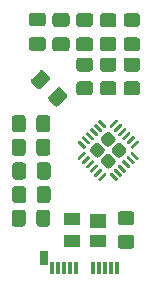
<source format=gbp>
%TF.GenerationSoftware,KiCad,Pcbnew,(5.1.9)-1*%
%TF.CreationDate,2021-07-10T22:32:32+01:00*%
%TF.ProjectId,DigiMesh Dongle,44696769-4d65-4736-9820-446f6e676c65,rev?*%
%TF.SameCoordinates,Original*%
%TF.FileFunction,Paste,Bot*%
%TF.FilePolarity,Positive*%
%FSLAX46Y46*%
G04 Gerber Fmt 4.6, Leading zero omitted, Abs format (unit mm)*
G04 Created by KiCad (PCBNEW (5.1.9)-1) date 2021-07-10 22:32:32*
%MOMM*%
%LPD*%
G01*
G04 APERTURE LIST*
%ADD10R,0.320000X1.000000*%
%ADD11R,0.650000X1.150000*%
%ADD12R,1.400000X1.200000*%
%ADD13R,1.400000X1.000000*%
G04 APERTURE END LIST*
D10*
%TO.C,J1*%
X135500000Y-69000000D03*
X135000000Y-69000000D03*
X134500000Y-69000000D03*
X134000000Y-69000000D03*
X133500000Y-69000000D03*
X132000000Y-69000000D03*
X131500000Y-69000000D03*
X131000000Y-69000000D03*
X130500000Y-69000000D03*
X130000000Y-69000000D03*
D11*
X129330000Y-68160000D03*
%TD*%
%TO.C,U1*%
G36*
G01*
X134016377Y-61589779D02*
X133927988Y-61501390D01*
G75*
G02*
X133927988Y-61413002I44194J44194D01*
G01*
X134422963Y-60918027D01*
G75*
G02*
X134511351Y-60918027I44194J-44194D01*
G01*
X134599740Y-61006416D01*
G75*
G02*
X134599740Y-61094804I-44194J-44194D01*
G01*
X134104765Y-61589779D01*
G75*
G02*
X134016377Y-61589779I-44194J44194D01*
G01*
G37*
G36*
G01*
X133662824Y-61236225D02*
X133574435Y-61147836D01*
G75*
G02*
X133574435Y-61059448I44194J44194D01*
G01*
X134069410Y-60564473D01*
G75*
G02*
X134157798Y-60564473I44194J-44194D01*
G01*
X134246187Y-60652862D01*
G75*
G02*
X134246187Y-60741250I-44194J-44194D01*
G01*
X133751212Y-61236225D01*
G75*
G02*
X133662824Y-61236225I-44194J44194D01*
G01*
G37*
G36*
G01*
X133309270Y-60882672D02*
X133220881Y-60794283D01*
G75*
G02*
X133220881Y-60705895I44194J44194D01*
G01*
X133715856Y-60210920D01*
G75*
G02*
X133804244Y-60210920I44194J-44194D01*
G01*
X133892633Y-60299309D01*
G75*
G02*
X133892633Y-60387697I-44194J-44194D01*
G01*
X133397658Y-60882672D01*
G75*
G02*
X133309270Y-60882672I-44194J44194D01*
G01*
G37*
G36*
G01*
X132955717Y-60529119D02*
X132867328Y-60440730D01*
G75*
G02*
X132867328Y-60352342I44194J44194D01*
G01*
X133362303Y-59857367D01*
G75*
G02*
X133450691Y-59857367I44194J-44194D01*
G01*
X133539080Y-59945756D01*
G75*
G02*
X133539080Y-60034144I-44194J-44194D01*
G01*
X133044105Y-60529119D01*
G75*
G02*
X132955717Y-60529119I-44194J44194D01*
G01*
G37*
G36*
G01*
X132602164Y-60175565D02*
X132513775Y-60087176D01*
G75*
G02*
X132513775Y-59998788I44194J44194D01*
G01*
X133008750Y-59503813D01*
G75*
G02*
X133097138Y-59503813I44194J-44194D01*
G01*
X133185527Y-59592202D01*
G75*
G02*
X133185527Y-59680590I-44194J-44194D01*
G01*
X132690552Y-60175565D01*
G75*
G02*
X132602164Y-60175565I-44194J44194D01*
G01*
G37*
G36*
G01*
X132248610Y-59822012D02*
X132160221Y-59733623D01*
G75*
G02*
X132160221Y-59645235I44194J44194D01*
G01*
X132655196Y-59150260D01*
G75*
G02*
X132743584Y-59150260I44194J-44194D01*
G01*
X132831973Y-59238649D01*
G75*
G02*
X132831973Y-59327037I-44194J-44194D01*
G01*
X132336998Y-59822012D01*
G75*
G02*
X132248610Y-59822012I-44194J44194D01*
G01*
G37*
G36*
G01*
X132655196Y-58849740D02*
X132160221Y-58354765D01*
G75*
G02*
X132160221Y-58266377I44194J44194D01*
G01*
X132248610Y-58177988D01*
G75*
G02*
X132336998Y-58177988I44194J-44194D01*
G01*
X132831973Y-58672963D01*
G75*
G02*
X132831973Y-58761351I-44194J-44194D01*
G01*
X132743584Y-58849740D01*
G75*
G02*
X132655196Y-58849740I-44194J44194D01*
G01*
G37*
G36*
G01*
X133008750Y-58496187D02*
X132513775Y-58001212D01*
G75*
G02*
X132513775Y-57912824I44194J44194D01*
G01*
X132602164Y-57824435D01*
G75*
G02*
X132690552Y-57824435I44194J-44194D01*
G01*
X133185527Y-58319410D01*
G75*
G02*
X133185527Y-58407798I-44194J-44194D01*
G01*
X133097138Y-58496187D01*
G75*
G02*
X133008750Y-58496187I-44194J44194D01*
G01*
G37*
G36*
G01*
X133362303Y-58142633D02*
X132867328Y-57647658D01*
G75*
G02*
X132867328Y-57559270I44194J44194D01*
G01*
X132955717Y-57470881D01*
G75*
G02*
X133044105Y-57470881I44194J-44194D01*
G01*
X133539080Y-57965856D01*
G75*
G02*
X133539080Y-58054244I-44194J-44194D01*
G01*
X133450691Y-58142633D01*
G75*
G02*
X133362303Y-58142633I-44194J44194D01*
G01*
G37*
G36*
G01*
X133715856Y-57789080D02*
X133220881Y-57294105D01*
G75*
G02*
X133220881Y-57205717I44194J44194D01*
G01*
X133309270Y-57117328D01*
G75*
G02*
X133397658Y-57117328I44194J-44194D01*
G01*
X133892633Y-57612303D01*
G75*
G02*
X133892633Y-57700691I-44194J-44194D01*
G01*
X133804244Y-57789080D01*
G75*
G02*
X133715856Y-57789080I-44194J44194D01*
G01*
G37*
G36*
G01*
X134069410Y-57435527D02*
X133574435Y-56940552D01*
G75*
G02*
X133574435Y-56852164I44194J44194D01*
G01*
X133662824Y-56763775D01*
G75*
G02*
X133751212Y-56763775I44194J-44194D01*
G01*
X134246187Y-57258750D01*
G75*
G02*
X134246187Y-57347138I-44194J-44194D01*
G01*
X134157798Y-57435527D01*
G75*
G02*
X134069410Y-57435527I-44194J44194D01*
G01*
G37*
G36*
G01*
X134422963Y-57081973D02*
X133927988Y-56586998D01*
G75*
G02*
X133927988Y-56498610I44194J44194D01*
G01*
X134016377Y-56410221D01*
G75*
G02*
X134104765Y-56410221I44194J-44194D01*
G01*
X134599740Y-56905196D01*
G75*
G02*
X134599740Y-56993584I-44194J-44194D01*
G01*
X134511351Y-57081973D01*
G75*
G02*
X134422963Y-57081973I-44194J44194D01*
G01*
G37*
G36*
G01*
X134988649Y-57081973D02*
X134900260Y-56993584D01*
G75*
G02*
X134900260Y-56905196I44194J44194D01*
G01*
X135395235Y-56410221D01*
G75*
G02*
X135483623Y-56410221I44194J-44194D01*
G01*
X135572012Y-56498610D01*
G75*
G02*
X135572012Y-56586998I-44194J-44194D01*
G01*
X135077037Y-57081973D01*
G75*
G02*
X134988649Y-57081973I-44194J44194D01*
G01*
G37*
G36*
G01*
X135342202Y-57435527D02*
X135253813Y-57347138D01*
G75*
G02*
X135253813Y-57258750I44194J44194D01*
G01*
X135748788Y-56763775D01*
G75*
G02*
X135837176Y-56763775I44194J-44194D01*
G01*
X135925565Y-56852164D01*
G75*
G02*
X135925565Y-56940552I-44194J-44194D01*
G01*
X135430590Y-57435527D01*
G75*
G02*
X135342202Y-57435527I-44194J44194D01*
G01*
G37*
G36*
G01*
X135695756Y-57789080D02*
X135607367Y-57700691D01*
G75*
G02*
X135607367Y-57612303I44194J44194D01*
G01*
X136102342Y-57117328D01*
G75*
G02*
X136190730Y-57117328I44194J-44194D01*
G01*
X136279119Y-57205717D01*
G75*
G02*
X136279119Y-57294105I-44194J-44194D01*
G01*
X135784144Y-57789080D01*
G75*
G02*
X135695756Y-57789080I-44194J44194D01*
G01*
G37*
G36*
G01*
X136049309Y-58142633D02*
X135960920Y-58054244D01*
G75*
G02*
X135960920Y-57965856I44194J44194D01*
G01*
X136455895Y-57470881D01*
G75*
G02*
X136544283Y-57470881I44194J-44194D01*
G01*
X136632672Y-57559270D01*
G75*
G02*
X136632672Y-57647658I-44194J-44194D01*
G01*
X136137697Y-58142633D01*
G75*
G02*
X136049309Y-58142633I-44194J44194D01*
G01*
G37*
G36*
G01*
X136402862Y-58496187D02*
X136314473Y-58407798D01*
G75*
G02*
X136314473Y-58319410I44194J44194D01*
G01*
X136809448Y-57824435D01*
G75*
G02*
X136897836Y-57824435I44194J-44194D01*
G01*
X136986225Y-57912824D01*
G75*
G02*
X136986225Y-58001212I-44194J-44194D01*
G01*
X136491250Y-58496187D01*
G75*
G02*
X136402862Y-58496187I-44194J44194D01*
G01*
G37*
G36*
G01*
X136756416Y-58849740D02*
X136668027Y-58761351D01*
G75*
G02*
X136668027Y-58672963I44194J44194D01*
G01*
X137163002Y-58177988D01*
G75*
G02*
X137251390Y-58177988I44194J-44194D01*
G01*
X137339779Y-58266377D01*
G75*
G02*
X137339779Y-58354765I-44194J-44194D01*
G01*
X136844804Y-58849740D01*
G75*
G02*
X136756416Y-58849740I-44194J44194D01*
G01*
G37*
G36*
G01*
X137163002Y-59822012D02*
X136668027Y-59327037D01*
G75*
G02*
X136668027Y-59238649I44194J44194D01*
G01*
X136756416Y-59150260D01*
G75*
G02*
X136844804Y-59150260I44194J-44194D01*
G01*
X137339779Y-59645235D01*
G75*
G02*
X137339779Y-59733623I-44194J-44194D01*
G01*
X137251390Y-59822012D01*
G75*
G02*
X137163002Y-59822012I-44194J44194D01*
G01*
G37*
G36*
G01*
X136809448Y-60175565D02*
X136314473Y-59680590D01*
G75*
G02*
X136314473Y-59592202I44194J44194D01*
G01*
X136402862Y-59503813D01*
G75*
G02*
X136491250Y-59503813I44194J-44194D01*
G01*
X136986225Y-59998788D01*
G75*
G02*
X136986225Y-60087176I-44194J-44194D01*
G01*
X136897836Y-60175565D01*
G75*
G02*
X136809448Y-60175565I-44194J44194D01*
G01*
G37*
G36*
G01*
X136455895Y-60529119D02*
X135960920Y-60034144D01*
G75*
G02*
X135960920Y-59945756I44194J44194D01*
G01*
X136049309Y-59857367D01*
G75*
G02*
X136137697Y-59857367I44194J-44194D01*
G01*
X136632672Y-60352342D01*
G75*
G02*
X136632672Y-60440730I-44194J-44194D01*
G01*
X136544283Y-60529119D01*
G75*
G02*
X136455895Y-60529119I-44194J44194D01*
G01*
G37*
G36*
G01*
X136102342Y-60882672D02*
X135607367Y-60387697D01*
G75*
G02*
X135607367Y-60299309I44194J44194D01*
G01*
X135695756Y-60210920D01*
G75*
G02*
X135784144Y-60210920I44194J-44194D01*
G01*
X136279119Y-60705895D01*
G75*
G02*
X136279119Y-60794283I-44194J-44194D01*
G01*
X136190730Y-60882672D01*
G75*
G02*
X136102342Y-60882672I-44194J44194D01*
G01*
G37*
G36*
G01*
X135748788Y-61236225D02*
X135253813Y-60741250D01*
G75*
G02*
X135253813Y-60652862I44194J44194D01*
G01*
X135342202Y-60564473D01*
G75*
G02*
X135430590Y-60564473I44194J-44194D01*
G01*
X135925565Y-61059448D01*
G75*
G02*
X135925565Y-61147836I-44194J-44194D01*
G01*
X135837176Y-61236225D01*
G75*
G02*
X135748788Y-61236225I-44194J44194D01*
G01*
G37*
G36*
G01*
X135395235Y-61589779D02*
X134900260Y-61094804D01*
G75*
G02*
X134900260Y-61006416I44194J44194D01*
G01*
X134988649Y-60918027D01*
G75*
G02*
X135077037Y-60918027I44194J-44194D01*
G01*
X135572012Y-61413002D01*
G75*
G02*
X135572012Y-61501390I-44194J-44194D01*
G01*
X135483623Y-61589779D01*
G75*
G02*
X135395235Y-61589779I-44194J44194D01*
G01*
G37*
G36*
G01*
X134573224Y-60484925D02*
X134184314Y-60096015D01*
G75*
G02*
X134184314Y-59742463I176776J176776D01*
G01*
X134573224Y-59353553D01*
G75*
G02*
X134926776Y-59353553I176776J-176776D01*
G01*
X135315686Y-59742463D01*
G75*
G02*
X135315686Y-60096015I-176776J-176776D01*
G01*
X134926776Y-60484925D01*
G75*
G02*
X134573224Y-60484925I-176776J176776D01*
G01*
G37*
G36*
G01*
X133653985Y-59565686D02*
X133265075Y-59176776D01*
G75*
G02*
X133265075Y-58823224I176776J176776D01*
G01*
X133653985Y-58434314D01*
G75*
G02*
X134007537Y-58434314I176776J-176776D01*
G01*
X134396447Y-58823224D01*
G75*
G02*
X134396447Y-59176776I-176776J-176776D01*
G01*
X134007537Y-59565686D01*
G75*
G02*
X133653985Y-59565686I-176776J176776D01*
G01*
G37*
G36*
G01*
X135492463Y-59565686D02*
X135103553Y-59176776D01*
G75*
G02*
X135103553Y-58823224I176776J176776D01*
G01*
X135492463Y-58434314D01*
G75*
G02*
X135846015Y-58434314I176776J-176776D01*
G01*
X136234925Y-58823224D01*
G75*
G02*
X136234925Y-59176776I-176776J-176776D01*
G01*
X135846015Y-59565686D01*
G75*
G02*
X135492463Y-59565686I-176776J176776D01*
G01*
G37*
G36*
G01*
X134573224Y-58646447D02*
X134184314Y-58257537D01*
G75*
G02*
X134184314Y-57903985I176776J176776D01*
G01*
X134573224Y-57515075D01*
G75*
G02*
X134926776Y-57515075I176776J-176776D01*
G01*
X135315686Y-57903985D01*
G75*
G02*
X135315686Y-58257537I-176776J-176776D01*
G01*
X134926776Y-58646447D01*
G75*
G02*
X134573224Y-58646447I-176776J176776D01*
G01*
G37*
%TD*%
%TO.C,R5*%
G36*
G01*
X134299999Y-47400000D02*
X135200001Y-47400000D01*
G75*
G02*
X135450000Y-47649999I0J-249999D01*
G01*
X135450000Y-48350001D01*
G75*
G02*
X135200001Y-48600000I-249999J0D01*
G01*
X134299999Y-48600000D01*
G75*
G02*
X134050000Y-48350001I0J249999D01*
G01*
X134050000Y-47649999D01*
G75*
G02*
X134299999Y-47400000I249999J0D01*
G01*
G37*
G36*
G01*
X134299999Y-49400000D02*
X135200001Y-49400000D01*
G75*
G02*
X135450000Y-49649999I0J-249999D01*
G01*
X135450000Y-50350001D01*
G75*
G02*
X135200001Y-50600000I-249999J0D01*
G01*
X134299999Y-50600000D01*
G75*
G02*
X134050000Y-50350001I0J249999D01*
G01*
X134050000Y-49649999D01*
G75*
G02*
X134299999Y-49400000I249999J0D01*
G01*
G37*
%TD*%
%TO.C,R4*%
G36*
G01*
X133200001Y-54350000D02*
X132299999Y-54350000D01*
G75*
G02*
X132050000Y-54100001I0J249999D01*
G01*
X132050000Y-53399999D01*
G75*
G02*
X132299999Y-53150000I249999J0D01*
G01*
X133200001Y-53150000D01*
G75*
G02*
X133450000Y-53399999I0J-249999D01*
G01*
X133450000Y-54100001D01*
G75*
G02*
X133200001Y-54350000I-249999J0D01*
G01*
G37*
G36*
G01*
X133200001Y-52350000D02*
X132299999Y-52350000D01*
G75*
G02*
X132050000Y-52100001I0J249999D01*
G01*
X132050000Y-51399999D01*
G75*
G02*
X132299999Y-51150000I249999J0D01*
G01*
X133200001Y-51150000D01*
G75*
G02*
X133450000Y-51399999I0J-249999D01*
G01*
X133450000Y-52100001D01*
G75*
G02*
X133200001Y-52350000I-249999J0D01*
G01*
G37*
%TD*%
%TO.C,R3*%
G36*
G01*
X134299999Y-51150000D02*
X135200001Y-51150000D01*
G75*
G02*
X135450000Y-51399999I0J-249999D01*
G01*
X135450000Y-52100001D01*
G75*
G02*
X135200001Y-52350000I-249999J0D01*
G01*
X134299999Y-52350000D01*
G75*
G02*
X134050000Y-52100001I0J249999D01*
G01*
X134050000Y-51399999D01*
G75*
G02*
X134299999Y-51150000I249999J0D01*
G01*
G37*
G36*
G01*
X134299999Y-53150000D02*
X135200001Y-53150000D01*
G75*
G02*
X135450000Y-53399999I0J-249999D01*
G01*
X135450000Y-54100001D01*
G75*
G02*
X135200001Y-54350000I-249999J0D01*
G01*
X134299999Y-54350000D01*
G75*
G02*
X134050000Y-54100001I0J249999D01*
G01*
X134050000Y-53399999D01*
G75*
G02*
X134299999Y-53150000I249999J0D01*
G01*
G37*
%TD*%
%TO.C,R2*%
G36*
G01*
X136299999Y-51150000D02*
X137200001Y-51150000D01*
G75*
G02*
X137450000Y-51399999I0J-249999D01*
G01*
X137450000Y-52100001D01*
G75*
G02*
X137200001Y-52350000I-249999J0D01*
G01*
X136299999Y-52350000D01*
G75*
G02*
X136050000Y-52100001I0J249999D01*
G01*
X136050000Y-51399999D01*
G75*
G02*
X136299999Y-51150000I249999J0D01*
G01*
G37*
G36*
G01*
X136299999Y-53150000D02*
X137200001Y-53150000D01*
G75*
G02*
X137450000Y-53399999I0J-249999D01*
G01*
X137450000Y-54100001D01*
G75*
G02*
X137200001Y-54350000I-249999J0D01*
G01*
X136299999Y-54350000D01*
G75*
G02*
X136050000Y-54100001I0J249999D01*
G01*
X136050000Y-53399999D01*
G75*
G02*
X136299999Y-53150000I249999J0D01*
G01*
G37*
%TD*%
%TO.C,R1*%
G36*
G01*
X136700001Y-67350000D02*
X135799999Y-67350000D01*
G75*
G02*
X135550000Y-67100001I0J249999D01*
G01*
X135550000Y-66399999D01*
G75*
G02*
X135799999Y-66150000I249999J0D01*
G01*
X136700001Y-66150000D01*
G75*
G02*
X136950000Y-66399999I0J-249999D01*
G01*
X136950000Y-67100001D01*
G75*
G02*
X136700001Y-67350000I-249999J0D01*
G01*
G37*
G36*
G01*
X136700001Y-65350000D02*
X135799999Y-65350000D01*
G75*
G02*
X135550000Y-65100001I0J249999D01*
G01*
X135550000Y-64399999D01*
G75*
G02*
X135799999Y-64150000I249999J0D01*
G01*
X136700001Y-64150000D01*
G75*
G02*
X136950000Y-64399999I0J-249999D01*
G01*
X136950000Y-65100001D01*
G75*
G02*
X136700001Y-65350000I-249999J0D01*
G01*
G37*
%TD*%
%TO.C,D2*%
G36*
G01*
X136299999Y-47400000D02*
X137200001Y-47400000D01*
G75*
G02*
X137450000Y-47649999I0J-249999D01*
G01*
X137450000Y-48300001D01*
G75*
G02*
X137200001Y-48550000I-249999J0D01*
G01*
X136299999Y-48550000D01*
G75*
G02*
X136050000Y-48300001I0J249999D01*
G01*
X136050000Y-47649999D01*
G75*
G02*
X136299999Y-47400000I249999J0D01*
G01*
G37*
G36*
G01*
X136299999Y-49450000D02*
X137200001Y-49450000D01*
G75*
G02*
X137450000Y-49699999I0J-249999D01*
G01*
X137450000Y-50350001D01*
G75*
G02*
X137200001Y-50600000I-249999J0D01*
G01*
X136299999Y-50600000D01*
G75*
G02*
X136050000Y-50350001I0J249999D01*
G01*
X136050000Y-49699999D01*
G75*
G02*
X136299999Y-49450000I249999J0D01*
G01*
G37*
%TD*%
D12*
%TO.C,D1*%
X133850000Y-64980000D03*
D13*
X133850000Y-66700000D03*
X131650000Y-66700000D03*
X131650000Y-64800000D03*
%TD*%
%TO.C,C9*%
G36*
G01*
X128275000Y-47337500D02*
X129225000Y-47337500D01*
G75*
G02*
X129475000Y-47587500I0J-250000D01*
G01*
X129475000Y-48262500D01*
G75*
G02*
X129225000Y-48512500I-250000J0D01*
G01*
X128275000Y-48512500D01*
G75*
G02*
X128025000Y-48262500I0J250000D01*
G01*
X128025000Y-47587500D01*
G75*
G02*
X128275000Y-47337500I250000J0D01*
G01*
G37*
G36*
G01*
X128275000Y-49412500D02*
X129225000Y-49412500D01*
G75*
G02*
X129475000Y-49662500I0J-250000D01*
G01*
X129475000Y-50337500D01*
G75*
G02*
X129225000Y-50587500I-250000J0D01*
G01*
X128275000Y-50587500D01*
G75*
G02*
X128025000Y-50337500I0J250000D01*
G01*
X128025000Y-49662500D01*
G75*
G02*
X128275000Y-49412500I250000J0D01*
G01*
G37*
%TD*%
%TO.C,C8*%
G36*
G01*
X130275000Y-47375000D02*
X131225000Y-47375000D01*
G75*
G02*
X131475000Y-47625000I0J-250000D01*
G01*
X131475000Y-48300000D01*
G75*
G02*
X131225000Y-48550000I-250000J0D01*
G01*
X130275000Y-48550000D01*
G75*
G02*
X130025000Y-48300000I0J250000D01*
G01*
X130025000Y-47625000D01*
G75*
G02*
X130275000Y-47375000I250000J0D01*
G01*
G37*
G36*
G01*
X130275000Y-49450000D02*
X131225000Y-49450000D01*
G75*
G02*
X131475000Y-49700000I0J-250000D01*
G01*
X131475000Y-50375000D01*
G75*
G02*
X131225000Y-50625000I-250000J0D01*
G01*
X130275000Y-50625000D01*
G75*
G02*
X130025000Y-50375000I0J250000D01*
G01*
X130025000Y-49700000D01*
G75*
G02*
X130275000Y-49450000I250000J0D01*
G01*
G37*
%TD*%
%TO.C,C7*%
G36*
G01*
X132275000Y-47375000D02*
X133225000Y-47375000D01*
G75*
G02*
X133475000Y-47625000I0J-250000D01*
G01*
X133475000Y-48300000D01*
G75*
G02*
X133225000Y-48550000I-250000J0D01*
G01*
X132275000Y-48550000D01*
G75*
G02*
X132025000Y-48300000I0J250000D01*
G01*
X132025000Y-47625000D01*
G75*
G02*
X132275000Y-47375000I250000J0D01*
G01*
G37*
G36*
G01*
X132275000Y-49450000D02*
X133225000Y-49450000D01*
G75*
G02*
X133475000Y-49700000I0J-250000D01*
G01*
X133475000Y-50375000D01*
G75*
G02*
X133225000Y-50625000I-250000J0D01*
G01*
X132275000Y-50625000D01*
G75*
G02*
X132025000Y-50375000I0J250000D01*
G01*
X132025000Y-49700000D01*
G75*
G02*
X132275000Y-49450000I250000J0D01*
G01*
G37*
%TD*%
%TO.C,C6*%
G36*
G01*
X126587500Y-59225000D02*
X126587500Y-58275000D01*
G75*
G02*
X126837500Y-58025000I250000J0D01*
G01*
X127512500Y-58025000D01*
G75*
G02*
X127762500Y-58275000I0J-250000D01*
G01*
X127762500Y-59225000D01*
G75*
G02*
X127512500Y-59475000I-250000J0D01*
G01*
X126837500Y-59475000D01*
G75*
G02*
X126587500Y-59225000I0J250000D01*
G01*
G37*
G36*
G01*
X128662500Y-59225000D02*
X128662500Y-58275000D01*
G75*
G02*
X128912500Y-58025000I250000J0D01*
G01*
X129587500Y-58025000D01*
G75*
G02*
X129837500Y-58275000I0J-250000D01*
G01*
X129837500Y-59225000D01*
G75*
G02*
X129587500Y-59475000I-250000J0D01*
G01*
X128912500Y-59475000D01*
G75*
G02*
X128662500Y-59225000I0J250000D01*
G01*
G37*
%TD*%
%TO.C,C5*%
G36*
G01*
X126587500Y-57225000D02*
X126587500Y-56275000D01*
G75*
G02*
X126837500Y-56025000I250000J0D01*
G01*
X127512500Y-56025000D01*
G75*
G02*
X127762500Y-56275000I0J-250000D01*
G01*
X127762500Y-57225000D01*
G75*
G02*
X127512500Y-57475000I-250000J0D01*
G01*
X126837500Y-57475000D01*
G75*
G02*
X126587500Y-57225000I0J250000D01*
G01*
G37*
G36*
G01*
X128662500Y-57225000D02*
X128662500Y-56275000D01*
G75*
G02*
X128912500Y-56025000I250000J0D01*
G01*
X129587500Y-56025000D01*
G75*
G02*
X129837500Y-56275000I0J-250000D01*
G01*
X129837500Y-57225000D01*
G75*
G02*
X129587500Y-57475000I-250000J0D01*
G01*
X128912500Y-57475000D01*
G75*
G02*
X128662500Y-57225000I0J250000D01*
G01*
G37*
%TD*%
%TO.C,C4*%
G36*
G01*
X128265076Y-52936827D02*
X128936827Y-52265076D01*
G75*
G02*
X129290381Y-52265076I176777J-176777D01*
G01*
X129767678Y-52742373D01*
G75*
G02*
X129767678Y-53095927I-176777J-176777D01*
G01*
X129095927Y-53767678D01*
G75*
G02*
X128742373Y-53767678I-176777J176777D01*
G01*
X128265076Y-53290381D01*
G75*
G02*
X128265076Y-52936827I176777J176777D01*
G01*
G37*
G36*
G01*
X129732322Y-54404073D02*
X130404073Y-53732322D01*
G75*
G02*
X130757627Y-53732322I176777J-176777D01*
G01*
X131234924Y-54209619D01*
G75*
G02*
X131234924Y-54563173I-176777J-176777D01*
G01*
X130563173Y-55234924D01*
G75*
G02*
X130209619Y-55234924I-176777J176777D01*
G01*
X129732322Y-54757627D01*
G75*
G02*
X129732322Y-54404073I176777J176777D01*
G01*
G37*
%TD*%
%TO.C,C3*%
G36*
G01*
X126625000Y-61225000D02*
X126625000Y-60275000D01*
G75*
G02*
X126875000Y-60025000I250000J0D01*
G01*
X127550000Y-60025000D01*
G75*
G02*
X127800000Y-60275000I0J-250000D01*
G01*
X127800000Y-61225000D01*
G75*
G02*
X127550000Y-61475000I-250000J0D01*
G01*
X126875000Y-61475000D01*
G75*
G02*
X126625000Y-61225000I0J250000D01*
G01*
G37*
G36*
G01*
X128700000Y-61225000D02*
X128700000Y-60275000D01*
G75*
G02*
X128950000Y-60025000I250000J0D01*
G01*
X129625000Y-60025000D01*
G75*
G02*
X129875000Y-60275000I0J-250000D01*
G01*
X129875000Y-61225000D01*
G75*
G02*
X129625000Y-61475000I-250000J0D01*
G01*
X128950000Y-61475000D01*
G75*
G02*
X128700000Y-61225000I0J250000D01*
G01*
G37*
%TD*%
%TO.C,C2*%
G36*
G01*
X126625000Y-63225000D02*
X126625000Y-62275000D01*
G75*
G02*
X126875000Y-62025000I250000J0D01*
G01*
X127550000Y-62025000D01*
G75*
G02*
X127800000Y-62275000I0J-250000D01*
G01*
X127800000Y-63225000D01*
G75*
G02*
X127550000Y-63475000I-250000J0D01*
G01*
X126875000Y-63475000D01*
G75*
G02*
X126625000Y-63225000I0J250000D01*
G01*
G37*
G36*
G01*
X128700000Y-63225000D02*
X128700000Y-62275000D01*
G75*
G02*
X128950000Y-62025000I250000J0D01*
G01*
X129625000Y-62025000D01*
G75*
G02*
X129875000Y-62275000I0J-250000D01*
G01*
X129875000Y-63225000D01*
G75*
G02*
X129625000Y-63475000I-250000J0D01*
G01*
X128950000Y-63475000D01*
G75*
G02*
X128700000Y-63225000I0J250000D01*
G01*
G37*
%TD*%
%TO.C,C1*%
G36*
G01*
X126587500Y-65225000D02*
X126587500Y-64275000D01*
G75*
G02*
X126837500Y-64025000I250000J0D01*
G01*
X127512500Y-64025000D01*
G75*
G02*
X127762500Y-64275000I0J-250000D01*
G01*
X127762500Y-65225000D01*
G75*
G02*
X127512500Y-65475000I-250000J0D01*
G01*
X126837500Y-65475000D01*
G75*
G02*
X126587500Y-65225000I0J250000D01*
G01*
G37*
G36*
G01*
X128662500Y-65225000D02*
X128662500Y-64275000D01*
G75*
G02*
X128912500Y-64025000I250000J0D01*
G01*
X129587500Y-64025000D01*
G75*
G02*
X129837500Y-64275000I0J-250000D01*
G01*
X129837500Y-65225000D01*
G75*
G02*
X129587500Y-65475000I-250000J0D01*
G01*
X128912500Y-65475000D01*
G75*
G02*
X128662500Y-65225000I0J250000D01*
G01*
G37*
%TD*%
M02*

</source>
